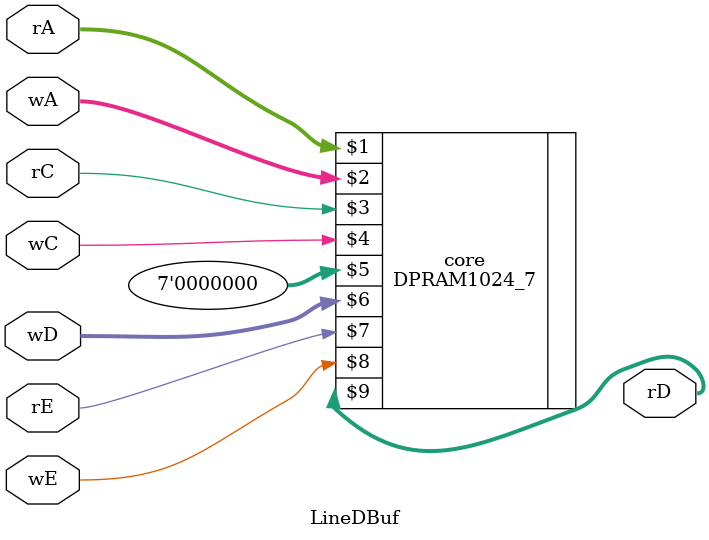
<source format=v>

module VDPRAM400x2
(
	input				CL0,
	input  [10:0]	AD0,
	input				WR0,
	input	 [7:0]	WD0,
	output [7:0]	RD0,

	input				CL1,
	input	 [9:0]	AD1,
	output [15:0]	RD1
);

reg A10;
always @( posedge CL0 ) A10 <= AD0[10];

wire [7:0] RD00, RD01;
DPRAM400 LS( CL0, AD0[9:0], WR0 & (~AD0[10]), WD0, RD00, CL1, AD1, 1'b0, 8'h0, RD1[15:8] );
DPRAM400 HS( CL0, AD0[9:0], WR0 & ( AD0[10]), WD0, RD01, CL1, AD1, 1'b0, 8'h0, RD1[ 7:0] );

assign RD0 = A10 ? RD01 : RD00;

endmodule


module PALETRAM
(
	input				CL0,
	input  [8:0]	AD0,
	input				WR0,
	input	 [7:0]	WD0,
	output [7:0]	RD0,

	input				CL1,
	input	 [7:0]	AD1,
	output [15:0]	RD1
);

reg A0;
always @( posedge CL0 ) A0 <= AD0[0];

wire [7:0] RD00, RD01;
DPRAM100 LS( CL0, AD0[8:1], WR0 & (~AD0[0]), WD0, RD00, CL1, AD1, 1'b0, 8'h0, RD1[ 7:0] );
DPRAM100 HS( CL0, AD0[8:1], WR0 & ( AD0[0]), WD0, RD01, CL1, AD1, 1'b0, 8'h0, RD1[15:8] );

assign RD0 = A0 ? RD01 : RD00;

endmodule


module DPRAM400
(
	input					CL0,
	input	 [9:0]		AD0,
	input					WE0,
	input  [7:0]		WD0,
	output reg [7:0]	RD0,
	
	input					CL1,
	input	 [9:0]		AD1,
	input					WE1,
	input  [7:0]		WD1,
	output reg [7:0]	RD1
);

reg [7:0] core[0:1023];

always @( posedge CL0 ) begin
	if (WE0) core[AD0] <= WD0;
	RD0 <= core[AD0];
end

always @( posedge CL1 ) begin
	if (WE1) core[AD1] <= WD1;
	RD1 <= core[AD1];
end

endmodule


module DPRAM100
(
	input					CL0,
	input	 [7:0]		AD0,
	input					WE0,
	input  [7:0]		WD0,
	output reg [7:0]	RD0,
	
	input					CL1,
	input	 [7:0]		AD1,
	input					WE1,
	input  [7:0]		WD1,
	output reg [7:0]	RD1
);

reg [7:0] core[0:255];

always @( posedge CL0 ) begin
	if (WE0) core[AD0] <= WD0;
	RD0 <= core[AD0];
end

always @( posedge CL1 ) begin
	if (WE1) core[AD1] <= WD1;
	RD1 <= core[AD1];
end

endmodule


module VDPRAM80
(
	input					CL0,
	input	 [6:0]		AD0,
	input					WE0,
	input  [7:0]		WD0,
	output [7:0]		RD0,
	
	input					CL1,
	input	 [6:0]		AD1,
	output [7:0]		RD1
);

reg [7:0] core[0:127];

always @( posedge CL0 ) begin
	if (WE0) core[AD0] <= WD0;
end

assign RD0 = core[AD0];
assign RD1 = core[AD1];

endmodule


module RAM1000
(
	input					CL,
	input [11:0]		AD,
	input					WR,
	input	 [7:0]		ID,
	output [7:0]		OD
);

reg [7:0] core[0:4095];

always @( posedge CL ) begin
	if (WR) core[AD] <= ID;
end

assign OD = core[AD];

endmodule


module RAM800
(
	input					CL,
	input [10:0]		AD,
	input					WR,
	input	 [7:0]		ID,
	output [7:0]		OD
);

reg [7:0] core[0:2047];

always @( posedge CL ) begin
	if (WR) core[AD] <= ID;
end

assign OD = core[AD];

endmodule


module LineDBuf
(
	input 		 rC,
	input  [9:0] rA,
	output [6:0] rD,
	input			 rE,

	input			 wC,
	input	 [9:0] wA,
	input  [6:0] wD,
	input			 wE
);

DPRAM1024_7 core(
	rA,wA,
	rC,wC,
	7'd0,wD,
	rE,wE,
	rD
);
	
endmodule



</source>
